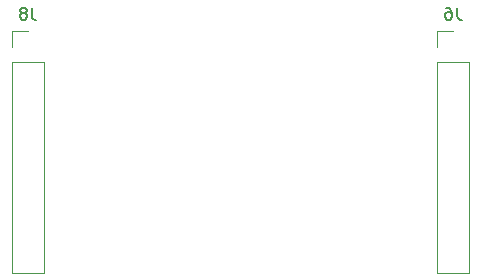
<source format=gbo>
G04 #@! TF.GenerationSoftware,KiCad,Pcbnew,(5.1.9)-1*
G04 #@! TF.CreationDate,2021-10-23T20:01:37+01:00*
G04 #@! TF.ProjectId,Snare+Hihat,536e6172-652b-4486-9968-61742e6b6963,rev?*
G04 #@! TF.SameCoordinates,Original*
G04 #@! TF.FileFunction,Legend,Bot*
G04 #@! TF.FilePolarity,Positive*
%FSLAX46Y46*%
G04 Gerber Fmt 4.6, Leading zero omitted, Abs format (unit mm)*
G04 Created by KiCad (PCBNEW (5.1.9)-1) date 2021-10-23 20:01:37*
%MOMM*%
%LPD*%
G01*
G04 APERTURE LIST*
%ADD10C,0.120000*%
%ADD11C,0.150000*%
%ADD12O,3.700000X2.400000*%
%ADD13C,4.000000*%
%ADD14C,1.800000*%
%ADD15O,1.600000X1.600000*%
%ADD16C,1.600000*%
%ADD17R,1.050000X1.500000*%
%ADD18O,1.050000X1.500000*%
%ADD19C,2.130000*%
%ADD20R,1.930000X1.830000*%
%ADD21O,1.700000X1.700000*%
%ADD22R,1.700000X1.700000*%
%ADD23R,1.800000X1.800000*%
G04 APERTURE END LIST*
D10*
X75000000Y-97130000D02*
X73670000Y-97130000D01*
X73670000Y-97130000D02*
X73670000Y-98460000D01*
X73670000Y-99730000D02*
X73670000Y-117570000D01*
X76330000Y-117570000D02*
X73670000Y-117570000D01*
X76330000Y-99730000D02*
X76330000Y-117570000D01*
X76330000Y-99730000D02*
X73670000Y-99730000D01*
X111000000Y-97130000D02*
X109670000Y-97130000D01*
X109670000Y-97130000D02*
X109670000Y-98460000D01*
X109670000Y-99730000D02*
X109670000Y-117570000D01*
X112330000Y-117570000D02*
X109670000Y-117570000D01*
X112330000Y-99730000D02*
X112330000Y-117570000D01*
X112330000Y-99730000D02*
X109670000Y-99730000D01*
D11*
X75333333Y-95142380D02*
X75333333Y-95856666D01*
X75380952Y-95999523D01*
X75476190Y-96094761D01*
X75619047Y-96142380D01*
X75714285Y-96142380D01*
X74714285Y-95570952D02*
X74809523Y-95523333D01*
X74857142Y-95475714D01*
X74904761Y-95380476D01*
X74904761Y-95332857D01*
X74857142Y-95237619D01*
X74809523Y-95190000D01*
X74714285Y-95142380D01*
X74523809Y-95142380D01*
X74428571Y-95190000D01*
X74380952Y-95237619D01*
X74333333Y-95332857D01*
X74333333Y-95380476D01*
X74380952Y-95475714D01*
X74428571Y-95523333D01*
X74523809Y-95570952D01*
X74714285Y-95570952D01*
X74809523Y-95618571D01*
X74857142Y-95666190D01*
X74904761Y-95761428D01*
X74904761Y-95951904D01*
X74857142Y-96047142D01*
X74809523Y-96094761D01*
X74714285Y-96142380D01*
X74523809Y-96142380D01*
X74428571Y-96094761D01*
X74380952Y-96047142D01*
X74333333Y-95951904D01*
X74333333Y-95761428D01*
X74380952Y-95666190D01*
X74428571Y-95618571D01*
X74523809Y-95570952D01*
X111333333Y-95142380D02*
X111333333Y-95856666D01*
X111380952Y-95999523D01*
X111476190Y-96094761D01*
X111619047Y-96142380D01*
X111714285Y-96142380D01*
X110428571Y-95142380D02*
X110619047Y-95142380D01*
X110714285Y-95190000D01*
X110761904Y-95237619D01*
X110857142Y-95380476D01*
X110904761Y-95570952D01*
X110904761Y-95951904D01*
X110857142Y-96047142D01*
X110809523Y-96094761D01*
X110714285Y-96142380D01*
X110523809Y-96142380D01*
X110428571Y-96094761D01*
X110380952Y-96047142D01*
X110333333Y-95951904D01*
X110333333Y-95713809D01*
X110380952Y-95618571D01*
X110428571Y-95570952D01*
X110523809Y-95523333D01*
X110714285Y-95523333D01*
X110809523Y-95570952D01*
X110857142Y-95618571D01*
X110904761Y-95713809D01*
%LPC*%
D12*
X84400000Y-94700000D03*
X84400000Y-90000000D03*
X84400000Y-85300000D03*
X79600000Y-94700000D03*
X79600000Y-90000000D03*
X79600000Y-85300000D03*
X106400000Y-94700000D03*
X106400000Y-90000000D03*
X106400000Y-85300000D03*
X101600000Y-94700000D03*
X101600000Y-90000000D03*
X101600000Y-85300000D03*
D13*
X86400000Y-70500000D03*
X77600000Y-70500000D03*
D14*
X84500000Y-77500000D03*
X82000000Y-77500000D03*
X79500000Y-77500000D03*
D13*
X108400000Y-70500000D03*
X99600000Y-70500000D03*
D14*
X106500000Y-77500000D03*
X104000000Y-77500000D03*
X101500000Y-77500000D03*
D13*
X86400000Y-54500000D03*
X77600000Y-54500000D03*
D14*
X84500000Y-61500000D03*
X82000000Y-61500000D03*
X79500000Y-61500000D03*
D13*
X108400000Y-54500000D03*
X99600000Y-54500000D03*
D14*
X106500000Y-61500000D03*
X104000000Y-61500000D03*
X101500000Y-61500000D03*
D15*
X89500000Y-109500000D03*
D16*
X89500000Y-99340000D03*
D15*
X86500000Y-109500000D03*
D16*
X86500000Y-99340000D03*
D15*
X99500000Y-109500000D03*
D16*
X99500000Y-99340000D03*
D15*
X96500000Y-109500000D03*
D16*
X96500000Y-99340000D03*
D17*
X80730000Y-101000000D03*
D18*
X83270000Y-101000000D03*
X82000000Y-101000000D03*
D17*
X102730000Y-101000000D03*
D18*
X105270000Y-101000000D03*
X104000000Y-101000000D03*
D19*
X82000000Y-138000000D03*
D20*
X82000000Y-126600000D03*
D19*
X82000000Y-129700000D03*
D21*
X75000000Y-116240000D03*
X75000000Y-113700000D03*
X75000000Y-111160000D03*
X75000000Y-108620000D03*
X75000000Y-106080000D03*
X75000000Y-103540000D03*
X75000000Y-101000000D03*
D22*
X75000000Y-98460000D03*
D21*
X111000000Y-116240000D03*
X111000000Y-113700000D03*
X111000000Y-111160000D03*
X111000000Y-108620000D03*
X111000000Y-106080000D03*
X111000000Y-103540000D03*
X111000000Y-101000000D03*
D22*
X111000000Y-98460000D03*
D19*
X104000000Y-138000000D03*
D20*
X104000000Y-126600000D03*
D19*
X104000000Y-129700000D03*
X82000000Y-123400000D03*
D20*
X82000000Y-112000000D03*
D19*
X82000000Y-115100000D03*
X104000000Y-123400000D03*
D20*
X104000000Y-112000000D03*
D19*
X104000000Y-115100000D03*
D13*
X86400000Y-38500000D03*
X77600000Y-38500000D03*
D14*
X84500000Y-45500000D03*
X82000000Y-45500000D03*
X79500000Y-45500000D03*
D13*
X108400000Y-38500000D03*
X99600000Y-38500000D03*
D14*
X106500000Y-45500000D03*
X104000000Y-45500000D03*
X101500000Y-45500000D03*
X83265000Y-106500000D03*
D23*
X80725000Y-106500000D03*
D14*
X105265000Y-106500000D03*
D23*
X102725000Y-106500000D03*
D16*
X90000000Y-88500000D03*
X90000000Y-83500000D03*
X88000000Y-80500000D03*
X83000000Y-80500000D03*
X75000000Y-80500000D03*
X80000000Y-80500000D03*
X96000000Y-88500000D03*
X96000000Y-83500000D03*
X110500000Y-80500000D03*
X105500000Y-80500000D03*
X98000000Y-80500000D03*
X103000000Y-80500000D03*
M02*

</source>
